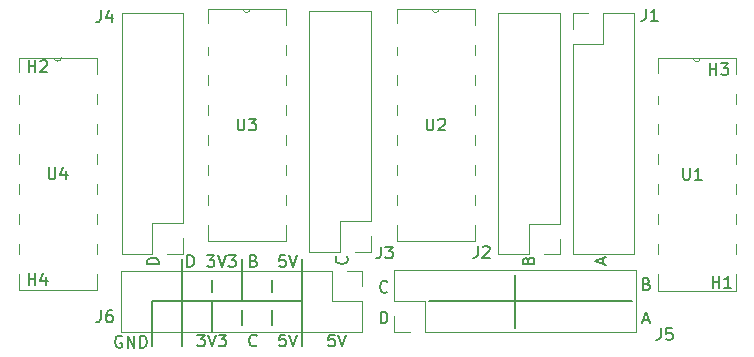
<source format=gbr>
G04 #@! TF.GenerationSoftware,KiCad,Pcbnew,(6.0.7)*
G04 #@! TF.CreationDate,2022-10-12T11:09:06+01:00*
G04 #@! TF.ProjectId,RR_5V_HAT,52525f35-565f-4484-9154-2e6b69636164,rev?*
G04 #@! TF.SameCoordinates,Original*
G04 #@! TF.FileFunction,Legend,Top*
G04 #@! TF.FilePolarity,Positive*
%FSLAX46Y46*%
G04 Gerber Fmt 4.6, Leading zero omitted, Abs format (unit mm)*
G04 Created by KiCad (PCBNEW (6.0.7)) date 2022-10-12 11:09:06*
%MOMM*%
%LPD*%
G01*
G04 APERTURE LIST*
%ADD10C,0.150000*%
%ADD11C,0.120000*%
G04 APERTURE END LIST*
D10*
X191516000Y-62484000D02*
X191516000Y-63754000D01*
X183896000Y-61722000D02*
X188976000Y-61722000D01*
X194056000Y-61722000D02*
X194056000Y-65600000D01*
X186436000Y-61722000D02*
X186436000Y-64363600D01*
X188976000Y-61722000D02*
X194056000Y-61722000D01*
X212090000Y-64008000D02*
X212090000Y-61722000D01*
X183896000Y-61722000D02*
X181356000Y-61722000D01*
X212090000Y-61722000D02*
X212090000Y-64008000D01*
X188976000Y-62484000D02*
X188976000Y-63754000D01*
X186436000Y-59944000D02*
X186436000Y-60960000D01*
X188976000Y-61722000D02*
X188976000Y-58200000D01*
X183896000Y-61722000D02*
X183896000Y-65600000D01*
X194056000Y-61722000D02*
X194056000Y-58200000D01*
X183896000Y-58200000D02*
X183896000Y-61722000D01*
X191516000Y-59944000D02*
X191516000Y-60960000D01*
X181356000Y-61722000D02*
X181356000Y-65600000D01*
X212090000Y-61722000D02*
X212090000Y-59600000D01*
X204800000Y-61722000D02*
X212090000Y-61722000D01*
X221996000Y-61722000D02*
X212090000Y-61722000D01*
X184376190Y-58872380D02*
X184376190Y-57872380D01*
X184614285Y-57872380D01*
X184757142Y-57920000D01*
X184852380Y-58015238D01*
X184900000Y-58110476D01*
X184947619Y-58300952D01*
X184947619Y-58443809D01*
X184900000Y-58634285D01*
X184852380Y-58729523D01*
X184757142Y-58824761D01*
X184614285Y-58872380D01*
X184376190Y-58872380D01*
X186042857Y-57872380D02*
X186661904Y-57872380D01*
X186328571Y-58253333D01*
X186471428Y-58253333D01*
X186566666Y-58300952D01*
X186614285Y-58348571D01*
X186661904Y-58443809D01*
X186661904Y-58681904D01*
X186614285Y-58777142D01*
X186566666Y-58824761D01*
X186471428Y-58872380D01*
X186185714Y-58872380D01*
X186090476Y-58824761D01*
X186042857Y-58777142D01*
X186947619Y-57872380D02*
X187280952Y-58872380D01*
X187614285Y-57872380D01*
X187852380Y-57872380D02*
X188471428Y-57872380D01*
X188138095Y-58253333D01*
X188280952Y-58253333D01*
X188376190Y-58300952D01*
X188423809Y-58348571D01*
X188471428Y-58443809D01*
X188471428Y-58681904D01*
X188423809Y-58777142D01*
X188376190Y-58824761D01*
X188280952Y-58872380D01*
X187995238Y-58872380D01*
X187900000Y-58824761D01*
X187852380Y-58777142D01*
X223271428Y-60328571D02*
X223414285Y-60376190D01*
X223461904Y-60423809D01*
X223509523Y-60519047D01*
X223509523Y-60661904D01*
X223461904Y-60757142D01*
X223414285Y-60804761D01*
X223319047Y-60852380D01*
X222938095Y-60852380D01*
X222938095Y-59852380D01*
X223271428Y-59852380D01*
X223366666Y-59900000D01*
X223414285Y-59947619D01*
X223461904Y-60042857D01*
X223461904Y-60138095D01*
X223414285Y-60233333D01*
X223366666Y-60280952D01*
X223271428Y-60328571D01*
X222938095Y-60328571D01*
X201309523Y-60957142D02*
X201261904Y-61004761D01*
X201119047Y-61052380D01*
X201023809Y-61052380D01*
X200880952Y-61004761D01*
X200785714Y-60909523D01*
X200738095Y-60814285D01*
X200690476Y-60623809D01*
X200690476Y-60480952D01*
X200738095Y-60290476D01*
X200785714Y-60195238D01*
X200880952Y-60100000D01*
X201023809Y-60052380D01*
X201119047Y-60052380D01*
X201261904Y-60100000D01*
X201309523Y-60147619D01*
X222961904Y-63366666D02*
X223438095Y-63366666D01*
X222866666Y-63652380D02*
X223200000Y-62652380D01*
X223533333Y-63652380D01*
X190242857Y-65508142D02*
X190195238Y-65555761D01*
X190052380Y-65603380D01*
X189957142Y-65603380D01*
X189814285Y-65555761D01*
X189719047Y-65460523D01*
X189671428Y-65365285D01*
X189623809Y-65174809D01*
X189623809Y-65031952D01*
X189671428Y-64841476D01*
X189719047Y-64746238D01*
X189814285Y-64651000D01*
X189957142Y-64603380D01*
X190052380Y-64603380D01*
X190195238Y-64651000D01*
X190242857Y-64698619D01*
X192671428Y-64603380D02*
X192195238Y-64603380D01*
X192147619Y-65079571D01*
X192195238Y-65031952D01*
X192290476Y-64984333D01*
X192528571Y-64984333D01*
X192623809Y-65031952D01*
X192671428Y-65079571D01*
X192719047Y-65174809D01*
X192719047Y-65412904D01*
X192671428Y-65508142D01*
X192623809Y-65555761D01*
X192528571Y-65603380D01*
X192290476Y-65603380D01*
X192195238Y-65555761D01*
X192147619Y-65508142D01*
X193004761Y-64603380D02*
X193338095Y-65603380D01*
X193671428Y-64603380D01*
X213233571Y-58328571D02*
X213281190Y-58185714D01*
X213328809Y-58138095D01*
X213424047Y-58090476D01*
X213566904Y-58090476D01*
X213662142Y-58138095D01*
X213709761Y-58185714D01*
X213757380Y-58280952D01*
X213757380Y-58661904D01*
X212757380Y-58661904D01*
X212757380Y-58328571D01*
X212805000Y-58233333D01*
X212852619Y-58185714D01*
X212947857Y-58138095D01*
X213043095Y-58138095D01*
X213138333Y-58185714D01*
X213185952Y-58233333D01*
X213233571Y-58328571D01*
X213233571Y-58661904D01*
X190004761Y-58348571D02*
X190147619Y-58396190D01*
X190195238Y-58443809D01*
X190242857Y-58539047D01*
X190242857Y-58681904D01*
X190195238Y-58777142D01*
X190147619Y-58824761D01*
X190052380Y-58872380D01*
X189671428Y-58872380D01*
X189671428Y-57872380D01*
X190004761Y-57872380D01*
X190100000Y-57920000D01*
X190147619Y-57967619D01*
X190195238Y-58062857D01*
X190195238Y-58158095D01*
X190147619Y-58253333D01*
X190100000Y-58300952D01*
X190004761Y-58348571D01*
X189671428Y-58348571D01*
X192671428Y-57872380D02*
X192195238Y-57872380D01*
X192147619Y-58348571D01*
X192195238Y-58300952D01*
X192290476Y-58253333D01*
X192528571Y-58253333D01*
X192623809Y-58300952D01*
X192671428Y-58348571D01*
X192719047Y-58443809D01*
X192719047Y-58681904D01*
X192671428Y-58777142D01*
X192623809Y-58824761D01*
X192528571Y-58872380D01*
X192290476Y-58872380D01*
X192195238Y-58824761D01*
X192147619Y-58777142D01*
X193004761Y-57872380D02*
X193338095Y-58872380D01*
X193671428Y-57872380D01*
X219566666Y-58638095D02*
X219566666Y-58161904D01*
X219852380Y-58733333D02*
X218852380Y-58400000D01*
X219852380Y-58066666D01*
X181952380Y-58661904D02*
X180952380Y-58661904D01*
X180952380Y-58423809D01*
X181000000Y-58280952D01*
X181095238Y-58185714D01*
X181190476Y-58138095D01*
X181380952Y-58090476D01*
X181523809Y-58090476D01*
X181714285Y-58138095D01*
X181809523Y-58185714D01*
X181904761Y-58280952D01*
X181952380Y-58423809D01*
X181952380Y-58661904D01*
X196837323Y-64603380D02*
X196361133Y-64603380D01*
X196313514Y-65079571D01*
X196361133Y-65031952D01*
X196456371Y-64984333D01*
X196694466Y-64984333D01*
X196789704Y-65031952D01*
X196837323Y-65079571D01*
X196884942Y-65174809D01*
X196884942Y-65412904D01*
X196837323Y-65508142D01*
X196789704Y-65555761D01*
X196694466Y-65603380D01*
X196456371Y-65603380D01*
X196361133Y-65555761D01*
X196313514Y-65508142D01*
X197170657Y-64603380D02*
X197503990Y-65603380D01*
X197837323Y-64603380D01*
X197857142Y-57990476D02*
X197904761Y-58038095D01*
X197952380Y-58180952D01*
X197952380Y-58276190D01*
X197904761Y-58419047D01*
X197809523Y-58514285D01*
X197714285Y-58561904D01*
X197523809Y-58609523D01*
X197380952Y-58609523D01*
X197190476Y-58561904D01*
X197095238Y-58514285D01*
X197000000Y-58419047D01*
X196952380Y-58276190D01*
X196952380Y-58180952D01*
X197000000Y-58038095D01*
X197047619Y-57990476D01*
X185223304Y-64603380D02*
X185842352Y-64603380D01*
X185509019Y-64984333D01*
X185651876Y-64984333D01*
X185747114Y-65031952D01*
X185794733Y-65079571D01*
X185842352Y-65174809D01*
X185842352Y-65412904D01*
X185794733Y-65508142D01*
X185747114Y-65555761D01*
X185651876Y-65603380D01*
X185366161Y-65603380D01*
X185270923Y-65555761D01*
X185223304Y-65508142D01*
X186128066Y-64603380D02*
X186461400Y-65603380D01*
X186794733Y-64603380D01*
X187032828Y-64603380D02*
X187651876Y-64603380D01*
X187318542Y-64984333D01*
X187461400Y-64984333D01*
X187556638Y-65031952D01*
X187604257Y-65079571D01*
X187651876Y-65174809D01*
X187651876Y-65412904D01*
X187604257Y-65508142D01*
X187556638Y-65555761D01*
X187461400Y-65603380D01*
X187175685Y-65603380D01*
X187080447Y-65555761D01*
X187032828Y-65508142D01*
X178838095Y-64752600D02*
X178742857Y-64704980D01*
X178600000Y-64704980D01*
X178457142Y-64752600D01*
X178361904Y-64847838D01*
X178314285Y-64943076D01*
X178266666Y-65133552D01*
X178266666Y-65276409D01*
X178314285Y-65466885D01*
X178361904Y-65562123D01*
X178457142Y-65657361D01*
X178600000Y-65704980D01*
X178695238Y-65704980D01*
X178838095Y-65657361D01*
X178885714Y-65609742D01*
X178885714Y-65276409D01*
X178695238Y-65276409D01*
X179314285Y-65704980D02*
X179314285Y-64704980D01*
X179885714Y-65704980D01*
X179885714Y-64704980D01*
X180361904Y-65704980D02*
X180361904Y-64704980D01*
X180600000Y-64704980D01*
X180742857Y-64752600D01*
X180838095Y-64847838D01*
X180885714Y-64943076D01*
X180933333Y-65133552D01*
X180933333Y-65276409D01*
X180885714Y-65466885D01*
X180838095Y-65562123D01*
X180742857Y-65657361D01*
X180600000Y-65704980D01*
X180361904Y-65704980D01*
X200738095Y-63652380D02*
X200738095Y-62652380D01*
X200976190Y-62652380D01*
X201119047Y-62700000D01*
X201214285Y-62795238D01*
X201261904Y-62890476D01*
X201309523Y-63080952D01*
X201309523Y-63223809D01*
X201261904Y-63414285D01*
X201214285Y-63509523D01*
X201119047Y-63604761D01*
X200976190Y-63652380D01*
X200738095Y-63652380D01*
X170942095Y-60396380D02*
X170942095Y-59396380D01*
X170942095Y-59872571D02*
X171513523Y-59872571D01*
X171513523Y-60396380D02*
X171513523Y-59396380D01*
X172418285Y-59729714D02*
X172418285Y-60396380D01*
X172180190Y-59348761D02*
X171942095Y-60063047D01*
X172561142Y-60063047D01*
X172638095Y-50452380D02*
X172638095Y-51261904D01*
X172685714Y-51357142D01*
X172733333Y-51404761D01*
X172828571Y-51452380D01*
X173019047Y-51452380D01*
X173114285Y-51404761D01*
X173161904Y-51357142D01*
X173209523Y-51261904D01*
X173209523Y-50452380D01*
X174114285Y-50785714D02*
X174114285Y-51452380D01*
X173876190Y-50404761D02*
X173638095Y-51119047D01*
X174257142Y-51119047D01*
X200766666Y-57152380D02*
X200766666Y-57866666D01*
X200719047Y-58009523D01*
X200623809Y-58104761D01*
X200480952Y-58152380D01*
X200385714Y-58152380D01*
X201147619Y-57152380D02*
X201766666Y-57152380D01*
X201433333Y-57533333D01*
X201576190Y-57533333D01*
X201671428Y-57580952D01*
X201719047Y-57628571D01*
X201766666Y-57723809D01*
X201766666Y-57961904D01*
X201719047Y-58057142D01*
X201671428Y-58104761D01*
X201576190Y-58152380D01*
X201290476Y-58152380D01*
X201195238Y-58104761D01*
X201147619Y-58057142D01*
X228600095Y-42616380D02*
X228600095Y-41616380D01*
X228600095Y-42092571D02*
X229171523Y-42092571D01*
X229171523Y-42616380D02*
X229171523Y-41616380D01*
X229552476Y-41616380D02*
X230171523Y-41616380D01*
X229838190Y-41997333D01*
X229981047Y-41997333D01*
X230076285Y-42044952D01*
X230123904Y-42092571D01*
X230171523Y-42187809D01*
X230171523Y-42425904D01*
X230123904Y-42521142D01*
X230076285Y-42568761D01*
X229981047Y-42616380D01*
X229695333Y-42616380D01*
X229600095Y-42568761D01*
X229552476Y-42521142D01*
X226358095Y-50492380D02*
X226358095Y-51301904D01*
X226405714Y-51397142D01*
X226453333Y-51444761D01*
X226548571Y-51492380D01*
X226739047Y-51492380D01*
X226834285Y-51444761D01*
X226881904Y-51397142D01*
X226929523Y-51301904D01*
X226929523Y-50492380D01*
X227929523Y-51492380D02*
X227358095Y-51492380D01*
X227643809Y-51492380D02*
X227643809Y-50492380D01*
X227548571Y-50635238D01*
X227453333Y-50730476D01*
X227358095Y-50778095D01*
X208962666Y-57110380D02*
X208962666Y-57824666D01*
X208915047Y-57967523D01*
X208819809Y-58062761D01*
X208676952Y-58110380D01*
X208581714Y-58110380D01*
X209391238Y-57205619D02*
X209438857Y-57158000D01*
X209534095Y-57110380D01*
X209772190Y-57110380D01*
X209867428Y-57158000D01*
X209915047Y-57205619D01*
X209962666Y-57300857D01*
X209962666Y-57396095D01*
X209915047Y-57538952D01*
X209343619Y-58110380D01*
X209962666Y-58110380D01*
X177066666Y-37152380D02*
X177066666Y-37866666D01*
X177019047Y-38009523D01*
X176923809Y-38104761D01*
X176780952Y-38152380D01*
X176685714Y-38152380D01*
X177971428Y-37485714D02*
X177971428Y-38152380D01*
X177733333Y-37104761D02*
X177495238Y-37819047D01*
X178114285Y-37819047D01*
X188638095Y-46317380D02*
X188638095Y-47126904D01*
X188685714Y-47222142D01*
X188733333Y-47269761D01*
X188828571Y-47317380D01*
X189019047Y-47317380D01*
X189114285Y-47269761D01*
X189161904Y-47222142D01*
X189209523Y-47126904D01*
X189209523Y-46317380D01*
X189590476Y-46317380D02*
X190209523Y-46317380D01*
X189876190Y-46698333D01*
X190019047Y-46698333D01*
X190114285Y-46745952D01*
X190161904Y-46793571D01*
X190209523Y-46888809D01*
X190209523Y-47126904D01*
X190161904Y-47222142D01*
X190114285Y-47269761D01*
X190019047Y-47317380D01*
X189733333Y-47317380D01*
X189638095Y-47269761D01*
X189590476Y-47222142D01*
X204638095Y-46317380D02*
X204638095Y-47126904D01*
X204685714Y-47222142D01*
X204733333Y-47269761D01*
X204828571Y-47317380D01*
X205019047Y-47317380D01*
X205114285Y-47269761D01*
X205161904Y-47222142D01*
X205209523Y-47126904D01*
X205209523Y-46317380D01*
X205638095Y-46412619D02*
X205685714Y-46365000D01*
X205780952Y-46317380D01*
X206019047Y-46317380D01*
X206114285Y-46365000D01*
X206161904Y-46412619D01*
X206209523Y-46507857D01*
X206209523Y-46603095D01*
X206161904Y-46745952D01*
X205590476Y-47317380D01*
X206209523Y-47317380D01*
X224466666Y-64052380D02*
X224466666Y-64766666D01*
X224419047Y-64909523D01*
X224323809Y-65004761D01*
X224180952Y-65052380D01*
X224085714Y-65052380D01*
X225419047Y-64052380D02*
X224942857Y-64052380D01*
X224895238Y-64528571D01*
X224942857Y-64480952D01*
X225038095Y-64433333D01*
X225276190Y-64433333D01*
X225371428Y-64480952D01*
X225419047Y-64528571D01*
X225466666Y-64623809D01*
X225466666Y-64861904D01*
X225419047Y-64957142D01*
X225371428Y-65004761D01*
X225276190Y-65052380D01*
X225038095Y-65052380D01*
X224942857Y-65004761D01*
X224895238Y-64957142D01*
X177066666Y-62552380D02*
X177066666Y-63266666D01*
X177019047Y-63409523D01*
X176923809Y-63504761D01*
X176780952Y-63552380D01*
X176685714Y-63552380D01*
X177971428Y-62552380D02*
X177780952Y-62552380D01*
X177685714Y-62600000D01*
X177638095Y-62647619D01*
X177542857Y-62790476D01*
X177495238Y-62980952D01*
X177495238Y-63361904D01*
X177542857Y-63457142D01*
X177590476Y-63504761D01*
X177685714Y-63552380D01*
X177876190Y-63552380D01*
X177971428Y-63504761D01*
X178019047Y-63457142D01*
X178066666Y-63361904D01*
X178066666Y-63123809D01*
X178019047Y-63028571D01*
X177971428Y-62980952D01*
X177876190Y-62933333D01*
X177685714Y-62933333D01*
X177590476Y-62980952D01*
X177542857Y-63028571D01*
X177495238Y-63123809D01*
X170942095Y-42362380D02*
X170942095Y-41362380D01*
X170942095Y-41838571D02*
X171513523Y-41838571D01*
X171513523Y-42362380D02*
X171513523Y-41362380D01*
X171942095Y-41457619D02*
X171989714Y-41410000D01*
X172084952Y-41362380D01*
X172323047Y-41362380D01*
X172418285Y-41410000D01*
X172465904Y-41457619D01*
X172513523Y-41552857D01*
X172513523Y-41648095D01*
X172465904Y-41790952D01*
X171894476Y-42362380D01*
X172513523Y-42362380D01*
X223186666Y-37044380D02*
X223186666Y-37758666D01*
X223139047Y-37901523D01*
X223043809Y-37996761D01*
X222900952Y-38044380D01*
X222805714Y-38044380D01*
X224186666Y-38044380D02*
X223615238Y-38044380D01*
X223900952Y-38044380D02*
X223900952Y-37044380D01*
X223805714Y-37187238D01*
X223710476Y-37282476D01*
X223615238Y-37330095D01*
X228854095Y-60650380D02*
X228854095Y-59650380D01*
X228854095Y-60126571D02*
X229425523Y-60126571D01*
X229425523Y-60650380D02*
X229425523Y-59650380D01*
X230425523Y-60650380D02*
X229854095Y-60650380D01*
X230139809Y-60650380D02*
X230139809Y-59650380D01*
X230044571Y-59793238D01*
X229949333Y-59888476D01*
X229854095Y-59936095D01*
D11*
X176702000Y-55241431D02*
X176702000Y-54378569D01*
X170098000Y-46758569D02*
X170098000Y-47621431D01*
X170098000Y-54378569D02*
X170098000Y-55241431D01*
X170098000Y-44360440D02*
X170098000Y-45081431D01*
X176702000Y-47621431D02*
X176702000Y-46758569D01*
X170098000Y-56918569D02*
X170098000Y-57781431D01*
X170098000Y-51838569D02*
X170098000Y-52701431D01*
X176702000Y-41157500D02*
X170098000Y-41157500D01*
X170098000Y-41157500D02*
X170098000Y-42399560D01*
X176702000Y-50161431D02*
X176702000Y-49298569D01*
X170098000Y-60842500D02*
X176702000Y-60842500D01*
X176702000Y-60842500D02*
X176702000Y-59458569D01*
X176702000Y-52701431D02*
X176702000Y-51838569D01*
X176702000Y-45081431D02*
X176702000Y-44218569D01*
X170098000Y-59458569D02*
X170098000Y-60842500D01*
X176702000Y-42541431D02*
X176702000Y-41157500D01*
X176702000Y-57781431D02*
X176702000Y-56918569D01*
X170098000Y-49298569D02*
X170098000Y-50161431D01*
X173095200Y-41157500D02*
G75*
G03*
X173704800Y-41157500I304800J0D01*
G01*
X194705000Y-57620400D02*
X194705000Y-37180400D01*
X199905000Y-55020400D02*
X197305000Y-55020400D01*
X197305000Y-55020400D02*
X197305000Y-57620400D01*
X199905000Y-57620400D02*
X198575000Y-57620400D01*
X197305000Y-57620400D02*
X194705000Y-57620400D01*
X199905000Y-37180400D02*
X194705000Y-37180400D01*
X199905000Y-55020400D02*
X199905000Y-37180400D01*
X199905000Y-56290400D02*
X199905000Y-57620400D01*
X230822000Y-57821431D02*
X230822000Y-56958569D01*
X224218000Y-44400440D02*
X224218000Y-45121431D01*
X224218000Y-60882500D02*
X230822000Y-60882500D01*
X224218000Y-41197500D02*
X224218000Y-42439560D01*
X230822000Y-55281431D02*
X230822000Y-54418569D01*
X224218000Y-46798569D02*
X224218000Y-47661431D01*
X224218000Y-49338569D02*
X224218000Y-50201431D01*
X224218000Y-51878569D02*
X224218000Y-52741431D01*
X224218000Y-54418569D02*
X224218000Y-55281431D01*
X230822000Y-52741431D02*
X230822000Y-51878569D01*
X230822000Y-41197500D02*
X224218000Y-41197500D01*
X230822000Y-60882500D02*
X230822000Y-59498569D01*
X224218000Y-59498569D02*
X224218000Y-60882500D01*
X230822000Y-45121431D02*
X230822000Y-44258569D01*
X230822000Y-50201431D02*
X230822000Y-49338569D01*
X224218000Y-56958569D02*
X224218000Y-57821431D01*
X230822000Y-47661431D02*
X230822000Y-46798569D01*
X230822000Y-42581431D02*
X230822000Y-41197500D01*
X227215200Y-41197500D02*
G75*
G03*
X227824800Y-41197500I304800J0D01*
G01*
X215905000Y-55205000D02*
X213305000Y-55205000D01*
X213305000Y-55205000D02*
X213305000Y-57805000D01*
X215905000Y-57805000D02*
X214575000Y-57805000D01*
X210705000Y-57805000D02*
X210705000Y-37365000D01*
X215905000Y-56475000D02*
X215905000Y-57805000D01*
X213305000Y-57805000D02*
X210705000Y-57805000D01*
X215905000Y-55205000D02*
X215905000Y-37365000D01*
X215905000Y-37365000D02*
X210705000Y-37365000D01*
X184005000Y-55187800D02*
X184005000Y-37347800D01*
X184005000Y-55187800D02*
X181405000Y-55187800D01*
X181405000Y-55187800D02*
X181405000Y-57787800D01*
X184005000Y-37347800D02*
X178805000Y-37347800D01*
X184005000Y-57787800D02*
X182675000Y-57787800D01*
X184005000Y-56457800D02*
X184005000Y-57787800D01*
X178805000Y-57787800D02*
X178805000Y-37347800D01*
X181405000Y-57787800D02*
X178805000Y-57787800D01*
X186098000Y-37022500D02*
X186098000Y-38264560D01*
X192702000Y-48566431D02*
X192702000Y-47703569D01*
X186098000Y-52783569D02*
X186098000Y-53646431D01*
X192702000Y-38406431D02*
X192702000Y-37022500D01*
X186098000Y-55323569D02*
X186098000Y-56707500D01*
X192702000Y-51106431D02*
X192702000Y-50243569D01*
X186098000Y-47703569D02*
X186098000Y-48566431D01*
X186098000Y-42623569D02*
X186098000Y-43486431D01*
X192702000Y-46026431D02*
X192702000Y-45163569D01*
X186098000Y-40225440D02*
X186098000Y-40946431D01*
X192702000Y-56707500D02*
X192702000Y-55323569D01*
X186098000Y-56707500D02*
X192702000Y-56707500D01*
X186098000Y-50243569D02*
X186098000Y-51106431D01*
X192702000Y-40946431D02*
X192702000Y-40083569D01*
X192702000Y-43486431D02*
X192702000Y-42623569D01*
X186098000Y-45163569D02*
X186098000Y-46026431D01*
X192702000Y-37022500D02*
X186098000Y-37022500D01*
X192702000Y-53646431D02*
X192702000Y-52783569D01*
X189095200Y-37022500D02*
G75*
G03*
X189704800Y-37022500I304800J0D01*
G01*
X208702000Y-56707500D02*
X208702000Y-55323569D01*
X208702000Y-48566431D02*
X208702000Y-47703569D01*
X202098000Y-42623569D02*
X202098000Y-43486431D01*
X208702000Y-53646431D02*
X208702000Y-52783569D01*
X208702000Y-43486431D02*
X208702000Y-42623569D01*
X202098000Y-55323569D02*
X202098000Y-56707500D01*
X208702000Y-37022500D02*
X202098000Y-37022500D01*
X202098000Y-50243569D02*
X202098000Y-51106431D01*
X202098000Y-56707500D02*
X208702000Y-56707500D01*
X202098000Y-52783569D02*
X202098000Y-53646431D01*
X208702000Y-38406431D02*
X208702000Y-37022500D01*
X202098000Y-40225440D02*
X202098000Y-40946431D01*
X202098000Y-37022500D02*
X202098000Y-38264560D01*
X208702000Y-40946431D02*
X208702000Y-40083569D01*
X208702000Y-51106431D02*
X208702000Y-50243569D01*
X202098000Y-47703569D02*
X202098000Y-48566431D01*
X208702000Y-46026431D02*
X208702000Y-45163569D01*
X202098000Y-45163569D02*
X202098000Y-46026431D01*
X205095200Y-37022500D02*
G75*
G03*
X205704800Y-37022500I304800J0D01*
G01*
X204495000Y-61770000D02*
X201895000Y-61770000D01*
X201895000Y-64370000D02*
X201895000Y-63040000D01*
X203225000Y-64370000D02*
X201895000Y-64370000D01*
X201895000Y-61770000D02*
X201895000Y-59170000D01*
X204495000Y-64370000D02*
X204495000Y-61770000D01*
X204495000Y-64370000D02*
X222335000Y-64370000D01*
X201895000Y-59170000D02*
X222335000Y-59170000D01*
X222335000Y-64370000D02*
X222335000Y-59170000D01*
X178765000Y-59180000D02*
X178765000Y-64380000D01*
X197875000Y-59180000D02*
X199205000Y-59180000D01*
X199205000Y-59180000D02*
X199205000Y-60510000D01*
X196605000Y-59180000D02*
X196605000Y-61780000D01*
X199205000Y-61780000D02*
X199205000Y-64380000D01*
X196605000Y-59180000D02*
X178765000Y-59180000D01*
X196605000Y-61780000D02*
X199205000Y-61780000D01*
X199205000Y-64380000D02*
X178765000Y-64380000D01*
X219595000Y-39970000D02*
X219595000Y-37370000D01*
X222195000Y-37370000D02*
X222195000Y-57810000D01*
X216995000Y-39970000D02*
X216995000Y-57810000D01*
X216995000Y-37370000D02*
X218325000Y-37370000D01*
X216995000Y-39970000D02*
X219595000Y-39970000D01*
X216995000Y-57810000D02*
X222195000Y-57810000D01*
X219595000Y-37370000D02*
X222195000Y-37370000D01*
X216995000Y-38700000D02*
X216995000Y-37370000D01*
M02*

</source>
